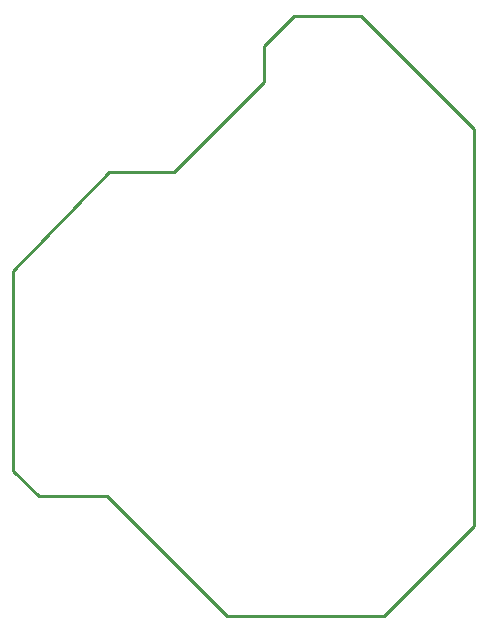
<source format=gbr>
G04 EAGLE Gerber RS-274X export*
G75*
%MOMM*%
%FSLAX34Y34*%
%LPD*%
%IN*%
%IPPOS*%
%AMOC8*
5,1,8,0,0,1.08239X$1,22.5*%
G01*
G04 Define Apertures*
%ADD10C,0.254000*%
D10*
X410125Y212175D02*
X431800Y190500D01*
X489809Y190500D01*
X591409Y88900D01*
X723900Y88900D01*
X800100Y165100D01*
X800100Y501264D01*
X704464Y596900D01*
X647700Y596900D01*
X622300Y571500D01*
X622300Y541237D01*
X546100Y465037D01*
X491334Y465037D01*
X410125Y381000D01*
X410125Y212175D01*
M02*

</source>
